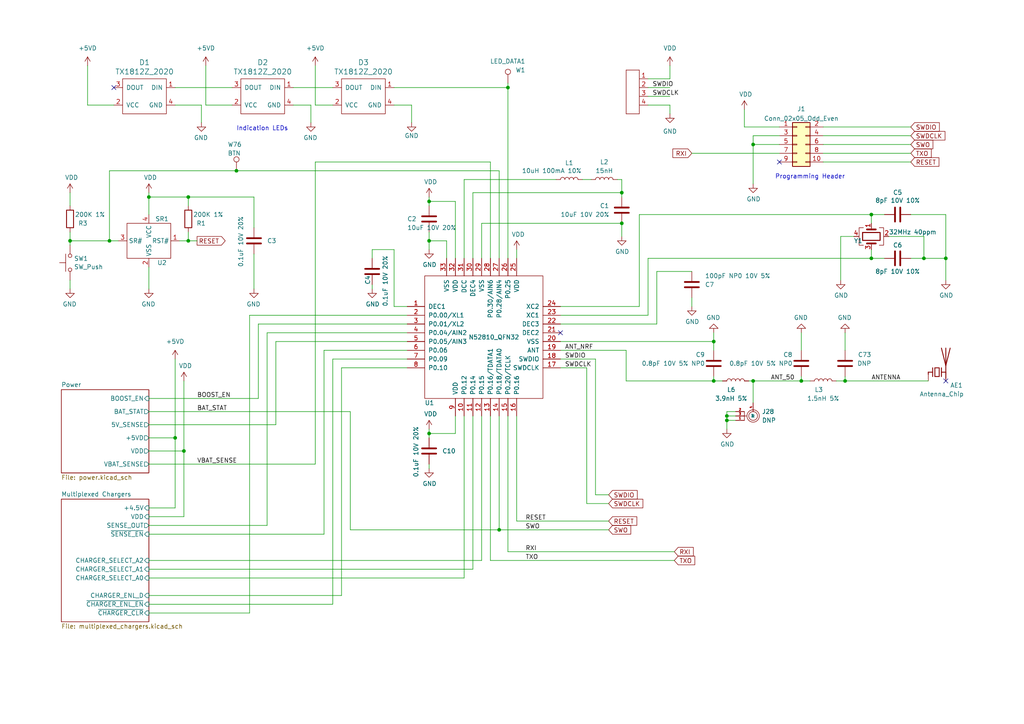
<source format=kicad_sch>
(kicad_sch (version 20230121) (generator eeschema)
  (paper "A4")
  (lib_symbols
    (symbol "Connector_Generic:Conn_02x05_Odd_Even" (pin_names (offset 1.016) hide)
      (property "Reference" "J" (at 1.27 7.62 0))
      (property "Value" "Conn_02x05_Odd_Even" (at 1.27 -7.62 0))
      (symbol "Conn_02x05_Odd_Even_1_1"
        (rectangle (start -1.27 -4.953) (end 0 -5.207) (stroke (width 0.1524)))
        (rectangle (start -1.27 -2.413) (end 0 -2.667) (stroke (width 0.1524)))
        (rectangle (start -1.27 0.127) (end 0 -0.127) (stroke (width 0.1524)))
        (rectangle (start -1.27 2.667) (end 0 2.413) (stroke (width 0.1524)))
        (rectangle (start -1.27 5.207) (end 0 4.953) (stroke (width 0.1524)))
        (rectangle (start -1.27 6.35) (end 3.81 -6.35) (stroke (width 0.254)) (fill (type background)))
        (rectangle (start 3.81 -4.953) (end 2.54 -5.207) (stroke (width 0.1524)))
        (rectangle (start 3.81 -2.413) (end 2.54 -2.667) (stroke (width 0.1524)))
        (rectangle (start 3.81 0.127) (end 2.54 -0.127) (stroke (width 0.1524)))
        (rectangle (start 3.81 2.667) (end 2.54 2.413) (stroke (width 0.1524)))
        (rectangle (start 3.81 5.207) (end 2.54 4.953) (stroke (width 0.1524)))
        (pin passive line (at -5.08 5.08 0) (length 3.81) (name "Pin_1") (number "1"))
        (pin passive line (at 7.62 -5.08 180) (length 3.81) (name "Pin_10") (number "10"))
        (pin passive line (at 7.62 5.08 180) (length 3.81) (name "Pin_2") (number "2"))
        (pin passive line (at -5.08 2.54 0) (length 3.81) (name "Pin_3") (number "3"))
        (pin passive line (at 7.62 2.54 180) (length 3.81) (name "Pin_4") (number "4"))
        (pin passive line (at -5.08 0 0) (length 3.81) (name "Pin_5") (number "5"))
        (pin passive line (at 7.62 0 180) (length 3.81) (name "Pin_6") (number "6"))
        (pin passive line (at -5.08 -2.54 0) (length 3.81) (name "Pin_7") (number "7"))
        (pin passive line (at 7.62 -2.54 180) (length 3.81) (name "Pin_8") (number "8"))
        (pin passive line (at -5.08 -5.08 0) (length 3.81) (name "Pin_9") (number "9"))
      )
    )
    (symbol "Device:Antenna_Chip" (pin_numbers hide) (pin_names (offset 1.016) hide)
      (property "Reference" "AE" (at 0 5.08 0))
      (property "Value" "Antenna_Chip" (at 0 3.175 0))
      (symbol "Antenna_Chip_0_1"
        (polyline (pts (xy -2.54 0) (xy -2.54 -0.635)) (stroke (width 0.254)))
        (polyline (pts (xy -2.54 0) (xy -1.27 0)) (stroke (width 0.254)))
        (polyline (pts (xy 1.27 0) (xy 2.54 0)) (stroke (width 0.254)))
        (polyline (pts (xy 1.27 1.27) (xy 1.27 -1.27)) (stroke (width 0.254)))
        (polyline (pts (xy 2.54 -0.635) (xy 2.54 0)))
        (polyline (pts (xy 2.54 6.985) (xy 2.54 -1.905)) (stroke (width 0.254)))
        (polyline (pts (xy -1.27 1.27) (xy -1.27 -1.27) (xy -1.27 0)) (stroke (width 0.254)))
        (polyline (pts (xy 3.81 6.985) (xy 2.54 1.905) (xy 1.27 6.985)) (stroke (width 0.254)))
        (polyline (pts (xy -0.635 1.27) (xy 0.635 1.27) (xy 0.635 -1.27) (xy -0.635 -1.27) (xy -0.635 1.27)) (stroke (width 0.254)))
      )
      (symbol "Antenna_Chip_1_1"
        (pin input line (at -2.54 -2.54 90) (length 2.54) (name "FEED") (number "1"))
        (pin passive line (at 2.54 -2.54 90) (length 2.54) (name "PCB_Trace") (number "2"))
      )
    )
    (symbol "Device:C" (pin_numbers hide) (pin_names (offset 0.254))
      (property "Reference" "C" (at 0.635 2.54 0))
      (property "Value" "C" (at 0.635 -2.54 0))
      (symbol "C_0_1"
        (polyline (pts (xy -2.032 -0.762) (xy 2.032 -0.762)) (stroke (width 0.508)))
        (polyline (pts (xy -2.032 0.762) (xy 2.032 0.762)) (stroke (width 0.508)))
      )
      (symbol "C_1_1"
        (pin passive line (at 0 3.81 270) (length 2.794) (name "~") (number "1"))
        (pin passive line (at 0 -3.81 90) (length 2.794) (name "~") (number "2"))
      )
    )
    (symbol "Device:Crystal_GND24" (pin_names (offset 1.016) hide)
      (property "Reference" "Y" (at 3.175 5.08 0))
      (property "Value" "Crystal_GND24" (at 3.175 3.175 0))
      (symbol "Crystal_GND24_0_1"
        (rectangle (start -1.143 2.54) (end 1.143 -2.54) (stroke (width 0.3048)))
        (polyline (pts (xy -2.54 0) (xy -2.032 0)))
        (polyline (pts (xy -2.032 -1.27) (xy -2.032 1.27)) (stroke (width 0.508)))
        (polyline (pts (xy 0 -3.81) (xy 0 -3.556)))
        (polyline (pts (xy 0 3.556) (xy 0 3.81)))
        (polyline (pts (xy 2.032 -1.27) (xy 2.032 1.27)) (stroke (width 0.508)))
        (polyline (pts (xy 2.032 0) (xy 2.54 0)))
        (polyline (pts (xy -2.54 -2.286) (xy -2.54 -3.556) (xy 2.54 -3.556) (xy 2.54 -2.286)))
        (polyline (pts (xy -2.54 2.286) (xy -2.54 3.556) (xy 2.54 3.556) (xy 2.54 2.286)))
      )
      (symbol "Crystal_GND24_1_1"
        (pin passive line (at -3.81 0 0) (length 1.27) (name "1") (number "1"))
        (pin passive line (at 0 5.08 270) (length 1.27) (name "2") (number "2"))
        (pin passive line (at 3.81 0 180) (length 1.27) (name "3") (number "3"))
        (pin passive line (at 0 -5.08 90) (length 1.27) (name "4") (number "4"))
      )
    )
    (symbol "Device:L" (pin_numbers hide) (pin_names (offset 1.016) hide)
      (property "Reference" "L" (at -1.27 0 90))
      (property "Value" "L" (at 1.905 0 90))
      (symbol "L_0_1"
        (arc (start 0 -2.54) (mid 0.6323 -1.905) (end 0 -1.27))
        (arc (start 0 -1.27) (mid 0.6323 -0.635) (end 0 0))
        (arc (start 0 0) (mid 0.6323 0.635) (end 0 1.27))
        (arc (start 0 1.27) (mid 0.6323 1.905) (end 0 2.54))
      )
      (symbol "L_1_1"
        (pin passive line (at 0 3.81 270) (length 1.27) (name "1") (number "1"))
        (pin passive line (at 0 -3.81 90) (length 1.27) (name "2") (number "2"))
      )
    )
    (symbol "Device:R" (pin_numbers hide) (pin_names (offset 0))
      (property "Reference" "R" (at 2.032 0 90))
      (property "Value" "R" (at 0 0 90))
      (symbol "R_0_1"
        (rectangle (start -1.016 -2.54) (end 1.016 2.54) (stroke (width 0.254)))
      )
      (symbol "R_1_1"
        (pin passive line (at 0 3.81 270) (length 1.27) (name "~") (number "1"))
        (pin passive line (at 0 -3.81 90) (length 1.27) (name "~") (number "2"))
      )
    )
    (symbol "Pixels-dice:N52810_QFN32" (pin_names (offset 1.016))
      (property "Reference" "U" (at 13.97 -19.05 0))
      (property "Value" "N52810_QFN32" (at 2.54 0 0))
      (symbol "N52810_QFN32_0_1"
        (rectangle (start -17.78 17.78) (end 16.51 -17.78))
      )
      (symbol "N52810_QFN32_1_1"
        (pin power_out line (at -22.86 8.89 0) (length 5.08) (name "DEC1") (number "1"))
        (pin bidirectional line (at -6.35 -22.86 90) (length 5.08) (name "P0.12") (number "10"))
        (pin bidirectional line (at -3.81 -22.86 90) (length 5.08) (name "P0.14") (number "11"))
        (pin bidirectional line (at -1.27 -22.86 90) (length 5.08) (name "P0.15") (number "12"))
        (pin bidirectional line (at 1.27 -22.86 90) (length 5.08) (name "P0.16/TDATA1") (number "13"))
        (pin bidirectional line (at 3.81 -22.86 90) (length 5.08) (name "P0.18/TDATA0") (number "14"))
        (pin bidirectional line (at 6.35 -22.86 90) (length 5.08) (name "P0.20/TCLK") (number "15"))
        (pin bidirectional line (at 8.89 -22.86 90) (length 5.08) (name "P0.16") (number "16"))
        (pin bidirectional line (at 21.59 -8.89 180) (length 5.08) (name "SWDCLK") (number "17"))
        (pin bidirectional line (at 21.59 -6.35 180) (length 5.08) (name "SWDIO") (number "18"))
        (pin output line (at 21.59 -3.81 180) (length 5.08) (name "ANT") (number "19"))
        (pin bidirectional line (at -22.86 6.35 0) (length 5.08) (name "P0.00/XL1") (number "2"))
        (pin output line (at 21.59 -1.27 180) (length 5.08) (name "VSS") (number "20"))
        (pin output line (at 21.59 1.27 180) (length 5.08) (name "DEC2") (number "21"))
        (pin output line (at 21.59 3.81 180) (length 5.08) (name "DEC3") (number "22"))
        (pin output line (at 21.59 6.35 180) (length 5.08) (name "XC1") (number "23"))
        (pin input line (at 21.59 8.89 180) (length 5.08) (name "XC2") (number "24"))
        (pin power_in line (at 8.89 22.86 270) (length 5.08) (name "VDD") (number "25"))
        (pin bidirectional line (at 6.35 22.86 270) (length 5.08) (name "P0.25") (number "26"))
        (pin bidirectional line (at 3.81 22.86 270) (length 5.08) (name "P0.28/AIN4") (number "27"))
        (pin bidirectional line (at 1.27 22.86 270) (length 5.08) (name "P0.30/AIN6") (number "28"))
        (pin power_in line (at -1.27 22.86 270) (length 5.08) (name "VSS") (number "29"))
        (pin bidirectional line (at -22.86 3.81 0) (length 5.08) (name "P0.01/XL2") (number "3"))
        (pin output line (at -3.81 22.86 270) (length 5.08) (name "DEC4") (number "30"))
        (pin output line (at -6.35 22.86 270) (length 5.08) (name "DCC") (number "31"))
        (pin power_in line (at -8.89 22.86 270) (length 5.08) (name "VDD") (number "32"))
        (pin power_in line (at -11.43 22.86 270) (length 5.08) (name "VSS") (number "33"))
        (pin bidirectional line (at -22.86 1.27 0) (length 5.08) (name "P0.04/AIN2") (number "4"))
        (pin bidirectional line (at -22.86 -1.27 0) (length 5.08) (name "P0.05/AIN3") (number "5"))
        (pin bidirectional line (at -22.86 -3.81 0) (length 5.08) (name "P0.06") (number "6"))
        (pin bidirectional line (at -22.86 -6.35 0) (length 5.08) (name "P0.09") (number "7"))
        (pin bidirectional line (at -22.86 -8.89 0) (length 5.08) (name "P0.10") (number "8"))
        (pin power_in line (at -8.89 -22.86 90) (length 5.08) (name "VDD") (number "9"))
      )
    )
    (symbol "Pixels-dice:SR1"
      (property "Reference" "U" (at 3.81 -6.35 0))
      (symbol "SR1_0_1"
        (polyline (pts (xy -6.35 5.08) (xy -6.35 -5.08) (xy 6.35 -5.08) (xy 6.35 5.08) (xy -6.35 5.08)))
      )
      (symbol "SR1_1_1"
        (pin output line (at 8.89 0 180) (length 2.54) (name "RST#") (number "1"))
        (pin power_in line (at 0 -7.62 90) (length 2.54) (name "VSS") (number "2"))
        (pin input line (at -8.89 0 0) (length 2.54) (name "SR#") (number "3"))
        (pin power_in line (at 0 7.62 270) (length 2.54) (name "VCC") (number "4"))
      )
    )
    (symbol "Pixels-dice:TEST_1P-conn" (pin_numbers hide) (pin_names (offset 0.762) hide)
      (property "Reference" "W" (at 0 6.858 0))
      (property "Value" "TEST_1P-conn" (at 0 5.08 0))
      (symbol "TEST_1P-conn_0_1"
        (circle (center 0 3.302) (radius 0.762))
      )
      (symbol "TEST_1P-conn_1_1"
        (pin passive line (at 0 0 90) (length 2.54) (name "1") (number "1"))
      )
    )
    (symbol "Pixels-dice:TX1812Z_2020" (pin_names (offset 1.016))
      (property "Reference" "D" (at 0 -6.35 0))
      (property "Value" "TX1812Z_2020" (at 0 6.35 0))
      (symbol "TX1812Z_2020_0_1"
        (rectangle (start -6.35 5.08) (end 6.35 -5.08))
      )
      (symbol "TX1812Z_2020_1_1"
        (pin input line (at -8.89 2.54 0) (length 2.54) (name "DIN") (number "1"))
        (pin power_in line (at 8.89 -2.54 180) (length 2.54) (name "VCC") (number "2"))
        (pin output line (at 8.89 2.54 180) (length 2.54) (name "DOUT") (number "3"))
        (pin power_in line (at -8.89 -2.54 0) (length 2.54) (name "GND") (number "4"))
      )
    )
    (symbol "Pixels-dice:W.FL"
      (property "Reference" "J" (at 3.81 -1.27 0))
      (property "Value" "W.FL" (at 4.445 1.27 0))
      (symbol "W.FL_0_1"
        (polyline (pts (xy -1.27 -2.54) (xy 1.27 -2.54)))
        (polyline (pts (xy 0 -2.54) (xy 0 -1.905)))
        (circle (center 0 0) (radius 1.27))
        (circle (center 0 0) (radius 1.7961))
      )
      (symbol "W.FL_1_1"
        (pin passive line (at 1.27 -5.08 90) (length 2.54) (name "") (number "1"))
        (pin passive line (at -1.27 -5.08 90) (length 2.54) (name "") (number "2"))
        (pin passive line (at 0 -5.08 90) (length 2.54) (name "") (number "3"))
        (pin passive line (at -3.81 0 0) (length 2.54) (name "RF") (number "4"))
      )
    )
    (symbol "Pixels-dice:heard4"
      (symbol "heard4_0_1"
        (rectangle (start -3.81 6.35) (end -3.81 -6.35))
        (rectangle (start -3.81 6.35) (end 0 6.35))
        (rectangle (start 0 -6.35) (end -3.81 -6.35))
        (rectangle (start 0 6.35) (end 0 -6.35))
      )
      (symbol "heard4_1_1"
        (pin free line (at 2.54 3.81 180) (length 2.54) (name "") (number "1"))
        (pin free line (at 2.54 1.27 180) (length 2.54) (name "") (number "2"))
        (pin free line (at 2.54 -1.27 180) (length 2.54) (name "") (number "3"))
        (pin free line (at 2.54 -3.81 180) (length 2.54) (name "") (number "4"))
      )
    )
    (symbol "Switch:SW_Push" (pin_numbers hide) (pin_names (offset 1.016) hide)
      (property "Reference" "SW" (at 1.27 2.54 0))
      (property "Value" "SW_Push" (at 0 -1.524 0))
      (symbol "SW_Push_0_1"
        (circle (center -2.032 0) (radius 0.508))
        (polyline (pts (xy 0 1.27) (xy 0 3.048)))
        (polyline (pts (xy 2.54 1.27) (xy -2.54 1.27)))
        (circle (center 2.032 0) (radius 0.508))
        (pin passive line (at -5.08 0 0) (length 2.54) (name "1") (number "1"))
        (pin passive line (at 5.08 0 180) (length 2.54) (name "2") (number "2"))
      )
    )
    (symbol "power:+5VD" (power) (pin_names (offset 0))
      (property "Value" "+5VD" (at 0 3.556 0))
      (symbol "+5VD_0_1"
        (polyline (pts (xy -0.762 1.27) (xy 0 2.54)))
        (polyline (pts (xy 0 0) (xy 0 2.54)))
        (polyline (pts (xy 0 2.54) (xy 0.762 1.27)))
      )
      (symbol "+5VD_1_1"
        (pin power_in line (at 0 0 90) (length 0) hide (name "+5VD") (number "1"))
      )
    )
    (symbol "power:GND" (power) (pin_names (offset 0))
      (property "Value" "GND" (at 0 -3.81 0))
      (symbol "GND_0_1"
        (polyline (pts (xy 0 0) (xy 0 -1.27) (xy 1.27 -1.27) (xy 0 -2.54) (xy -1.27 -1.27) (xy 0 -1.27)))
      )
      (symbol "GND_1_1"
        (pin power_in line (at 0 0 270) (length 0) hide (name "GND") (number "1"))
      )
    )
    (symbol "power:VDD" (power) (pin_names (offset 0))
      (property "Value" "VDD" (at 0 3.81 0))
      (symbol "VDD_0_1"
        (polyline (pts (xy -0.762 1.27) (xy 0 2.54)))
        (polyline (pts (xy 0 0) (xy 0 2.54)))
        (polyline (pts (xy 0 2.54) (xy 0.762 1.27)))
      )
      (symbol "VDD_1_1"
        (pin power_in line (at 0 0 90) (length 0) hide (name "VDD") (number "1"))
      )
    )
  )
  (junction (at 53.34 130.81))
  (junction (at 210.82 121.92))
  (junction (at 68.58 49.53))
  (junction (at 144.78 153.67))
  (junction (at 124.46 125.73))
  (junction (at 252.73 74.93))
  (junction (at 245.11 110.49))
  (junction (at 252.73 62.23))
  (junction (at 50.8 127))
  (junction (at 31.75 69.85))
  (junction (at 124.46 69.85))
  (junction (at 147.32 25.4))
  (junction (at 54.61 57.15))
  (junction (at 54.61 69.85))
  (junction (at 274.32 74.93))
  (junction (at 267.97 74.93))
  (junction (at 207.01 99.06))
  (junction (at 43.18 57.15))
  (junction (at 180.34 64.77))
  (junction (at 124.46 58.42))
  (junction (at 20.32 69.85))
  (junction (at 218.44 110.49))
  (junction (at 232.41 110.49))
  (junction (at 218.44 41.91))
  (junction (at 210.82 120.65))
  (junction (at 207.01 110.49))
  (junction (at 180.34 55.88))
  (no_connect (at 162.56 96.52))
  (no_connect (at 274.32 110.49))
  (no_connect (at 226.06 46.99))
  (no_connect (at 33.02 25.4))
  (wire (pts (xy 80.01 99.06) (xy 118.11 99.06)))
  (wire (pts (xy 187.96 25.4) (xy 194.31 25.4)))
  (wire (pts (xy 20.32 67.31) (xy 20.32 69.85)))
  (wire (pts (xy 245.11 109.22) (xy 245.11 110.49)))
  (wire (pts (xy 20.32 55.88) (xy 20.32 59.69)))
  (wire (pts (xy 180.34 64.77) (xy 180.34 68.58)))
  (wire (pts (xy 67.31 30.48) (xy 59.69 30.48)))
  (wire (pts (xy 210.82 119.38) (xy 210.82 120.65)))
  (wire (pts (xy 180.34 52.07) (xy 180.34 55.88)))
  (wire (pts (xy 54.61 67.31) (xy 54.61 69.85)))
  (wire (pts (xy 217.17 110.49) (xy 218.44 110.49)))
  (wire (pts (xy 114.3 25.4) (xy 147.32 25.4)))
  (wire (pts (xy 58.42 30.48) (xy 58.42 35.56)))
  (wire (pts (xy 147.32 120.65) (xy 147.32 160.02)))
  (wire (pts (xy 101.6 153.67) (xy 101.6 119.38)))
  (wire (pts (xy 226.06 44.45) (xy 200.66 44.45)))
  (wire (pts (xy 252.73 74.93) (xy 256.54 74.93)))
  (wire (pts (xy 207.01 99.06) (xy 207.01 101.6)))
  (wire (pts (xy 144.78 153.67) (xy 101.6 153.67)))
  (wire (pts (xy 170.18 106.68) (xy 170.18 146.05)))
  (wire (pts (xy 96.52 104.14) (xy 118.11 104.14)))
  (wire (pts (xy 162.56 88.9) (xy 185.42 88.9)))
  (wire (pts (xy 267.97 68.58) (xy 267.97 74.93)))
  (wire (pts (xy 99.06 172.72) (xy 99.06 106.68)))
  (wire (pts (xy 134.62 52.07) (xy 161.29 52.07)))
  (wire (pts (xy 232.41 110.49) (xy 234.95 110.49)))
  (wire (pts (xy 72.39 91.44) (xy 72.39 177.8)))
  (wire (pts (xy 93.98 101.6) (xy 93.98 154.94)))
  (wire (pts (xy 91.44 46.99) (xy 142.24 46.99)))
  (wire (pts (xy 67.31 25.4) (xy 50.8 25.4)))
  (wire (pts (xy 238.76 44.45) (xy 264.16 44.45)))
  (wire (pts (xy 172.72 143.51) (xy 176.53 143.51)))
  (wire (pts (xy 139.7 64.77) (xy 180.34 64.77)))
  (wire (pts (xy 53.34 110.49) (xy 53.34 130.81)))
  (wire (pts (xy 147.32 24.13) (xy 147.32 25.4)))
  (wire (pts (xy 194.31 19.05) (xy 194.31 22.86)))
  (wire (pts (xy 179.07 52.07) (xy 180.34 52.07)))
  (wire (pts (xy 134.62 120.65) (xy 134.62 167.64)))
  (wire (pts (xy 53.34 130.81) (xy 43.18 130.81)))
  (wire (pts (xy 50.8 104.14) (xy 50.8 127)))
  (wire (pts (xy 210.82 120.65) (xy 210.82 121.92)))
  (wire (pts (xy 187.96 30.48) (xy 194.31 30.48)))
  (wire (pts (xy 142.24 120.65) (xy 142.24 162.56)))
  (wire (pts (xy 43.18 162.56) (xy 139.7 162.56)))
  (wire (pts (xy 181.61 101.6) (xy 181.61 110.49)))
  (wire (pts (xy 162.56 106.68) (xy 170.18 106.68)))
  (wire (pts (xy 139.7 64.77) (xy 139.7 74.93)))
  (wire (pts (xy 43.18 57.15) (xy 43.18 62.23)))
  (wire (pts (xy 80.01 123.19) (xy 80.01 99.06)))
  (wire (pts (xy 137.16 120.65) (xy 137.16 165.1)))
  (wire (pts (xy 185.42 62.23) (xy 252.73 62.23)))
  (wire (pts (xy 50.8 147.32) (xy 50.8 127)))
  (wire (pts (xy 185.42 88.9) (xy 185.42 62.23)))
  (wire (pts (xy 59.69 19.05) (xy 59.69 30.48)))
  (wire (pts (xy 137.16 55.88) (xy 137.16 74.93)))
  (wire (pts (xy 200.66 86.36) (xy 200.66 88.9)))
  (wire (pts (xy 190.5 93.98) (xy 162.56 93.98)))
  (wire (pts (xy 181.61 110.49) (xy 207.01 110.49)))
  (wire (pts (xy 68.58 49.53) (xy 144.78 49.53)))
  (wire (pts (xy 93.98 101.6) (xy 118.11 101.6)))
  (wire (pts (xy 43.18 152.4) (xy 77.47 152.4)))
  (wire (pts (xy 218.44 39.37) (xy 218.44 41.91)))
  (wire (pts (xy 91.44 134.62) (xy 91.44 46.99)))
  (wire (pts (xy 232.41 96.52) (xy 232.41 101.6)))
  (wire (pts (xy 207.01 96.52) (xy 207.01 99.06)))
  (wire (pts (xy 218.44 41.91) (xy 218.44 53.34)))
  (wire (pts (xy 53.34 130.81) (xy 53.34 149.86)))
  (wire (pts (xy 124.46 67.31) (xy 124.46 69.85)))
  (wire (pts (xy 180.34 55.88) (xy 137.16 55.88)))
  (wire (pts (xy 132.08 120.65) (xy 132.08 125.73)))
  (wire (pts (xy 144.78 120.65) (xy 144.78 153.67)))
  (wire (pts (xy 168.91 52.07) (xy 171.45 52.07)))
  (wire (pts (xy 134.62 74.93) (xy 134.62 52.07)))
  (wire (pts (xy 257.81 68.58) (xy 267.97 68.58)))
  (wire (pts (xy 107.95 82.55) (xy 107.95 83.82)))
  (wire (pts (xy 50.8 127) (xy 43.18 127)))
  (wire (pts (xy 114.3 72.39) (xy 107.95 72.39)))
  (wire (pts (xy 124.46 125.73) (xy 124.46 127)))
  (wire (pts (xy 162.56 99.06) (xy 207.01 99.06)))
  (wire (pts (xy 43.18 123.19) (xy 80.01 123.19)))
  (wire (pts (xy 74.93 93.98) (xy 74.93 115.57)))
  (wire (pts (xy 264.16 62.23) (xy 274.32 62.23)))
  (wire (pts (xy 43.18 55.88) (xy 43.18 57.15)))
  (wire (pts (xy 149.86 120.65) (xy 149.86 151.13)))
  (wire (pts (xy 238.76 46.99) (xy 264.16 46.99)))
  (wire (pts (xy 210.82 121.92) (xy 210.82 124.46)))
  (wire (pts (xy 187.96 74.93) (xy 252.73 74.93)))
  (wire (pts (xy 124.46 69.85) (xy 124.46 72.39)))
  (wire (pts (xy 147.32 160.02) (xy 195.58 160.02)))
  (wire (pts (xy 242.57 110.49) (xy 245.11 110.49)))
  (wire (pts (xy 162.56 104.14) (xy 172.72 104.14)))
  (wire (pts (xy 226.06 36.83) (xy 215.9 36.83)))
  (wire (pts (xy 58.42 30.48) (xy 50.8 30.48)))
  (wire (pts (xy 142.24 162.56) (xy 195.58 162.56)))
  (wire (pts (xy 73.66 57.15) (xy 73.66 66.04)))
  (wire (pts (xy 162.56 101.6) (xy 181.61 101.6)))
  (wire (pts (xy 232.41 109.22) (xy 232.41 110.49)))
  (wire (pts (xy 72.39 91.44) (xy 118.11 91.44)))
  (wire (pts (xy 267.97 74.93) (xy 274.32 74.93)))
  (wire (pts (xy 144.78 49.53) (xy 144.78 74.93)))
  (wire (pts (xy 77.47 152.4) (xy 77.47 96.52)))
  (wire (pts (xy 124.46 58.42) (xy 124.46 59.69)))
  (wire (pts (xy 93.98 154.94) (xy 43.18 154.94)))
  (wire (pts (xy 20.32 69.85) (xy 31.75 69.85)))
  (wire (pts (xy 43.18 175.26) (xy 96.52 175.26)))
  (wire (pts (xy 118.11 88.9) (xy 114.3 88.9)))
  (wire (pts (xy 124.46 134.62) (xy 124.46 135.89)))
  (wire (pts (xy 226.06 39.37) (xy 218.44 39.37)))
  (wire (pts (xy 264.16 74.93) (xy 267.97 74.93)))
  (wire (pts (xy 139.7 120.65) (xy 139.7 162.56)))
  (wire (pts (xy 107.95 72.39) (xy 107.95 74.93)))
  (wire (pts (xy 54.61 57.15) (xy 73.66 57.15)))
  (wire (pts (xy 147.32 25.4) (xy 147.32 74.93)))
  (wire (pts (xy 149.86 72.39) (xy 149.86 74.93)))
  (wire (pts (xy 213.36 121.92) (xy 210.82 121.92)))
  (wire (pts (xy 91.44 19.05) (xy 91.44 30.48)))
  (wire (pts (xy 124.46 58.42) (xy 124.46 57.15)))
  (wire (pts (xy 43.18 167.64) (xy 134.62 167.64)))
  (wire (pts (xy 54.61 69.85) (xy 57.15 69.85)))
  (wire (pts (xy 20.32 69.85) (xy 20.32 71.12)))
  (wire (pts (xy 247.65 68.58) (xy 243.84 68.58)))
  (wire (pts (xy 194.31 30.48) (xy 194.31 33.02)))
  (wire (pts (xy 218.44 41.91) (xy 226.06 41.91)))
  (wire (pts (xy 43.18 57.15) (xy 54.61 57.15)))
  (wire (pts (xy 176.53 151.13) (xy 149.86 151.13)))
  (wire (pts (xy 243.84 68.58) (xy 243.84 81.28)))
  (wire (pts (xy 43.18 147.32) (xy 50.8 147.32)))
  (wire (pts (xy 162.56 91.44) (xy 187.96 91.44)))
  (wire (pts (xy 96.52 25.4) (xy 85.09 25.4)))
  (wire (pts (xy 52.07 69.85) (xy 54.61 69.85)))
  (wire (pts (xy 218.44 110.49) (xy 218.44 116.84)))
  (wire (pts (xy 187.96 27.94) (xy 194.31 27.94)))
  (wire (pts (xy 33.02 30.48) (xy 25.4 30.48)))
  (wire (pts (xy 73.66 73.66) (xy 73.66 83.82)))
  (wire (pts (xy 74.93 93.98) (xy 118.11 93.98)))
  (wire (pts (xy 43.18 172.72) (xy 99.06 172.72)))
  (wire (pts (xy 245.11 110.49) (xy 269.24 110.49)))
  (wire (pts (xy 43.18 77.47) (xy 43.18 83.82)))
  (wire (pts (xy 252.73 64.77) (xy 252.73 62.23)))
  (wire (pts (xy 274.32 62.23) (xy 274.32 74.93)))
  (wire (pts (xy 176.53 153.67) (xy 144.78 153.67)))
  (wire (pts (xy 54.61 57.15) (xy 54.61 59.69)))
  (wire (pts (xy 124.46 125.73) (xy 124.46 124.46)))
  (wire (pts (xy 274.32 74.93) (xy 274.32 81.28)))
  (wire (pts (xy 245.11 96.52) (xy 245.11 101.6)))
  (wire (pts (xy 200.66 78.74) (xy 190.5 78.74)))
  (wire (pts (xy 215.9 36.83) (xy 215.9 31.75)))
  (wire (pts (xy 96.52 104.14) (xy 96.52 175.26)))
  (wire (pts (xy 132.08 74.93) (xy 132.08 58.42)))
  (wire (pts (xy 43.18 177.8) (xy 72.39 177.8)))
  (wire (pts (xy 190.5 78.74) (xy 190.5 93.98)))
  (wire (pts (xy 20.32 81.28) (xy 20.32 83.82)))
  (wire (pts (xy 129.54 69.85) (xy 124.46 69.85)))
  (wire (pts (xy 119.38 30.48) (xy 114.3 30.48)))
  (wire (pts (xy 142.24 46.99) (xy 142.24 74.93)))
  (wire (pts (xy 96.52 30.48) (xy 91.44 30.48)))
  (wire (pts (xy 90.17 30.48) (xy 85.09 30.48)))
  (wire (pts (xy 99.06 106.68) (xy 118.11 106.68)))
  (wire (pts (xy 31.75 69.85) (xy 31.75 49.53)))
  (wire (pts (xy 25.4 19.05) (xy 25.4 30.48)))
  (wire (pts (xy 119.38 30.48) (xy 119.38 35.56)))
  (wire (pts (xy 31.75 69.85) (xy 34.29 69.85)))
  (wire (pts (xy 43.18 115.57) (xy 74.93 115.57)))
  (wire (pts (xy 252.73 62.23) (xy 256.54 62.23)))
  (wire (pts (xy 238.76 41.91) (xy 264.16 41.91)))
  (wire (pts (xy 213.36 120.65) (xy 210.82 120.65)))
  (wire (pts (xy 132.08 58.42) (xy 124.46 58.42)))
  (wire (pts (xy 213.36 119.38) (xy 210.82 119.38)))
  (wire (pts (xy 180.34 55.88) (xy 180.34 57.15)))
  (wire (pts (xy 114.3 88.9) (xy 114.3 72.39)))
  (wire (pts (xy 207.01 110.49) (xy 209.55 110.49)))
  (wire (pts (xy 31.75 49.53) (xy 68.58 49.53)))
  (wire (pts (xy 170.18 146.05) (xy 176.53 146.05)))
  (wire (pts (xy 53.34 149.86) (xy 43.18 149.86)))
  (wire (pts (xy 77.47 96.52) (xy 118.11 96.52)))
  (wire (pts (xy 172.72 104.14) (xy 172.72 143.51)))
  (wire (pts (xy 187.96 91.44) (xy 187.96 74.93)))
  (wire (pts (xy 238.76 39.37) (xy 264.16 39.37)))
  (wire (pts (xy 238.76 36.83) (xy 264.16 36.83)))
  (wire (pts (xy 252.73 72.39) (xy 252.73 74.93)))
  (wire (pts (xy 218.44 110.49) (xy 232.41 110.49)))
  (wire (pts (xy 207.01 109.22) (xy 207.01 110.49)))
  (wire (pts (xy 187.96 22.86) (xy 194.31 22.86)))
  (wire (pts (xy 132.08 125.73) (xy 124.46 125.73)))
  (wire (pts (xy 129.54 74.93) (xy 129.54 69.85)))
  (wire (pts (xy 43.18 165.1) (xy 137.16 165.1)))
  (wire (pts (xy 43.18 119.38) (xy 101.6 119.38)))
  (wire (pts (xy 90.17 35.56) (xy 90.17 30.48)))
  (wire (pts (xy 43.18 134.62) (xy 91.44 134.62)))
  (text "Programming Header" (at 224.79 52.07 0) (effects (font (size 1.27 1.27)) (justify left bottom)))
  (text "Indication LEDs" (at 68.58 38.1 0) (effects (font (size 1.27 1.27)) (justify left bottom)))
  (label "ANT_50" (at 223.52 110.49 0))
  (label "ANTENNA" (at 252.73 110.49 0))
  (label "BOOST_EN" (at 57.15 115.57 0))
  (label "ANT_NRF" (at 163.83 101.6 0))
  (label "VBAT_SENSE" (at 57.15 134.62 0))
  (label "SWDCLK" (at 189.23 27.94 0))
  (label "TXO" (at 152.4 162.56 0))
  (label "RESET" (at 152.4 151.13 0))
  (label "SWO" (at 152.4 153.67 0))
  (label "SWDCLK" (at 163.83 106.68 0))
  (label "SWDIO" (at 163.83 104.14 0))
  (label "SWDIO" (at 189.23 25.4 0))
  (label "BAT_STAT" (at 57.15 119.38 0))
  (label "RXI" (at 152.4 160.02 0))
  (global_label "RESET" (shape input) (at 264.16 46.99 0) (property "Intersheetrefs" "${INTERSHEET_REFS}" (effects hide)))
  (global_label "RESET" (shape output) (at 57.15 69.85 0) (property "Intersheetrefs" "${INTERSHEET_REFS}" (effects hide)))
  (global_label "SWDCLK" (shape input) (at 264.16 39.37 0) (property "Intersheetrefs" "${INTERSHEET_REFS}" (effects hide)))
  (global_label "TXO" (shape input) (at 264.16 44.45 0) (property "Intersheetrefs" "${INTERSHEET_REFS}" (effects hide)))
  (global_label "SWO" (shape input) (at 176.53 153.67 0) (property "Intersheetrefs" "${INTERSHEET_REFS}" (effects hide)))
  (global_label "SWDIO" (shape input) (at 176.53 143.51 0) (property "Intersheetrefs" "${INTERSHEET_REFS}" (effects hide)))
  (global_label "TXO" (shape input) (at 195.58 162.56 0) (property "Intersheetrefs" "${INTERSHEET_REFS}" (effects hide)))
  (global_label "RXI" (shape input) (at 195.58 160.02 0) (property "Intersheetrefs" "${INTERSHEET_REFS}" (effects hide)))
  (global_label "RXI" (shape input) (at 200.66 44.45 180) (property "Intersheetrefs" "${INTERSHEET_REFS}" (effects hide)))
  (global_label "RESET" (shape input) (at 176.53 151.13 0) (property "Intersheetrefs" "${INTERSHEET_REFS}" (effects hide)))
  (global_label "SWDIO" (shape input) (at 264.16 36.83 0) (property "Intersheetrefs" "${INTERSHEET_REFS}" (effects hide)))
  (global_label "SWO" (shape input) (at 264.16 41.91 0) (property "Intersheetrefs" "${INTERSHEET_REFS}" (effects hide)))
  (global_label "SWDCLK" (shape input) (at 176.53 146.05 0) (property "Intersheetrefs" "${INTERSHEET_REFS}" (effects hide)))
  (symbol (lib_id "power:VDD") (at 215.9 31.75 0) (unit 1)
    (property "Reference" "#PWR04" (effects hide))
    (property "Value" "VDD" (at 216.281 27.3558 0))
  )
  (symbol (lib_id "Device:L") (at 213.36 110.49 90) (unit 1)
    (property "Reference" "L6" (at 212.09 113.03 90))
    (property "Value" "3.9nH 5%" (at 212.09 115.57 90))
    (property "Footprint" "Pixels-dice:0402_RF" (effects hide))
    (property "Generic OK" "YES" (effects hide))
    (property "Manufacturer" "Murata" (effects hide))
    (property "Manufacturer Part Number" "LQG15HS3N9B02D" (effects hide))
  )
  (symbol (lib_id "power:GND") (at 20.32 83.82 0) (mirror y) (unit 1)
    (property "Reference" "#PWR015" (effects hide))
    (property "Value" "GND" (at 20.193 88.2142 0))
  )
  (symbol (lib_id "Device:C") (at 124.46 130.81 0) (unit 1)
    (property "Reference" "C10" (at 128.27 130.81 0) (effects (justify left)))
    (property "Value" "0.1uF 10V 20%" (at 120.65 138.43 90) (effects (justify left)))
    (property "Footprint" "Capacitor_SMD:C_0402_1005Metric" (effects hide))
    (property "Generic OK" "YES" (effects hide))
    (property "Manufacturer" "Murata" (effects hide))
    (property "Manufacturer Part Number" "GRM155R61H104KE19D" (effects hide))
    (property "LCSC Part Number" "C2168305" (effects hide))
  )
  (symbol (lib_id "Device:Antenna_Chip") (at 271.78 107.95 0) (unit 1)
    (property "Reference" "AE1" (at 275.59 111.76 0) (effects (justify left)))
    (property "Value" "Antenna_Chip" (at 266.7 114.3 0) (effects (justify left)))
    (property "Footprint" "Pixels-dice:CHIP_ANT" (effects hide))
    (property "Generic OK" "NO" (effects hide))
    (property "Manufacturer" "Microgate" (effects hide))
    (property "Manufacturer Part Number" "MGMA3216H2450-A02" (effects hide))
  )
  (symbol (lib_id "power:GND") (at 243.84 81.28 0) (unit 1)
    (property "Reference" "#PWR019" (effects hide))
    (property "Value" "GND" (at 243.967 85.6742 0))
  )
  (symbol (lib_id "Device:Crystal_GND24") (at 252.73 68.58 270) (unit 1)
    (property "Reference" "Y1" (at 247.65 69.85 90) (effects (justify left)))
    (property "Value" "32MHz 40ppm" (at 257.81 67.31 90) (effects (justify left)))
    (property "Footprint" "Pixels-dice:Crystal_SMD_2016-4Pin_2.0x1.6mm" (effects hide))
    (property "Generic OK" "YES" (effects hide))
    (property "Manufacturer" "Murata" (effects hide))
    (property "Manufacturer Part Number" "XRCGB32M000F2P00R0" (effects hide))
    (property "Pixels Part Number" "SMD-Y001" (effects hide))
    (property "LCSC Part Number" "C527602" (effects hide))
  )
  (symbol (lib_id "Pixels-dice:W.FL") (at 218.44 120.65 270) (unit 1)
    (property "Reference" "J28" (at 220.98 119.3799 90) (effects (justify left)))
    (property "Value" "DNP" (at 220.98 121.9199 90) (effects (justify left)))
    (property "Footprint" "RFFrontEnd:MFH3.RECE.20369.001E.01" (effects hide))
    (property "Generic OK" "N/A" (effects hide))
  )
  (symbol (lib_id "Device:C") (at 260.35 62.23 270) (unit 1)
    (property "Reference" "C5" (at 260.35 55.8292 90))
    (property "Value" "8pF 10V 10%" (at 260.35 58.1406 90))
    (property "Footprint" "Capacitor_SMD:C_0402_1005Metric" (effects hide))
    (property "Generic OK" "YES" (effects hide))
    (property "Pixels Part Number" "SMD-C001" (effects hide))
    (property "Manufacturer" "Murata" (effects hide))
    (property "Manufacturer Part Number" "GRT1555C2A8R0DA02" (effects hide))
    (property "LCSC Part Number" "C521082" (effects hide))
  )
  (symbol (lib_id "power:GND") (at 43.18 83.82 0) (mirror y) (unit 1)
    (property "Reference" "#PWR02" (effects hide))
    (property "Value" "GND" (at 43.053 88.2142 0))
  )
  (symbol (lib_id "power:VDD") (at 124.46 124.46 0) (unit 1)
    (property "Reference" "#PWR025" (effects hide))
    (property "Value" "VDD" (at 124.8918 120.0658 0))
  )
  (symbol (lib_id "power:GND") (at 90.17 35.56 0) (mirror y) (unit 1)
    (property "Reference" "#PWR06" (effects hide))
    (property "Value" "GND" (at 90.043 39.9542 0))
  )
  (symbol (lib_id "power:GND") (at 124.46 72.39 0) (unit 1)
    (property "Reference" "#PWR012" (effects hide))
    (property "Value" "GND" (at 124.587 76.7842 0))
  )
  (symbol (lib_id "power:GND") (at 218.44 53.34 0) (unit 1)
    (property "Reference" "#PWR0101" (effects hide))
    (property "Value" "GND" (at 218.567 57.7342 0))
  )
  (symbol (lib_id "Device:C") (at 245.11 105.41 180) (unit 1)
    (property "Reference" "C73" (at 252.73 102.87 0) (effects (justify left)))
    (property "Value" "DNP" (at 252.73 105.41 0) (effects (justify left)))
    (property "Footprint" "Pixels-dice:0402_RF" (effects hide))
    (property "Generic OK" "YES" (effects hide))
    (property "Pixels Part Number" "SMD-C004" (effects hide))
  )
  (symbol (lib_id "Device:L") (at 238.76 110.49 90) (unit 1)
    (property "Reference" "L3" (at 237.49 113.03 90))
    (property "Value" "1.5nH 5%" (at 238.76 115.57 90))
    (property "Footprint" "Pixels-dice:0402_RF" (effects hide))
    (property "Generic OK" "YES" (effects hide))
    (property "Manufacturer" "Murata" (effects hide))
    (property "Manufacturer Part Number" "LQG15WZ1N5B02D" (effects hide))
  )
  (symbol (lib_id "power:VDD") (at 124.46 57.15 0) (unit 1)
    (property "Reference" "#PWR09" (effects hide))
    (property "Value" "VDD" (at 124.8918 52.7558 0))
  )
  (symbol (lib_id "power:GND") (at 245.11 96.52 180) (unit 1)
    (property "Reference" "#PWR087" (effects hide))
    (property "Value" "GND" (at 244.983 92.1258 0))
  )
  (symbol (lib_id "power:VDD") (at 20.32 55.88 0) (unit 1)
    (property "Reference" "#PWR08" (effects hide))
    (property "Value" "VDD" (at 20.7518 51.4858 0))
  )
  (symbol (lib_id "Device:R") (at 20.32 63.5 0) (unit 1)
    (property "Reference" "R3" (at 25.4 64.77 0) (effects (justify right)))
    (property "Value" "200K 1%" (at 30.48 62.23 0) (effects (justify right)))
    (property "Footprint" "Resistor_SMD:R_0402_1005Metric" (effects hide))
    (property "LCSC Part Number" "C25764" (effects hide))
    (property "Manufacturer" "UNI-ROYAL(Uniroyal Elec)" (effects hide))
    (property "Manufacturer Part Number" "0402WGF2003TCE" (effects hide))
  )
  (symbol (lib_id "power:+5VD") (at 59.69 19.05 0) (unit 1)
    (property "Reference" "#PWR0105" (effects hide))
    (property "Value" "+5VD" (at 59.69 13.97 0))
  )
  (symbol (lib_id "Pixels-dice:TX1812Z_2020") (at 105.41 27.94 0) (mirror y) (unit 1)
    (property "Reference" "D3" (at 105.41 18.1102 0) (effects (font (size 1.524 1.524))))
    (property "Value" "TX1812Z_2020" (at 105.41 20.8026 0) (effects (font (size 1.524 1.524))))
    (property "Footprint" "Pixels-dice:TX1812Z_2020" (effects hide))
    (property "Manufacturer" "TCWIN" (effects hide))
    (property "Manufacturer Part Number" "TC2020RGB-3CJH-TX1812Z5" (effects hide))
    (property "Pixels Part Number" "SMD-D002-ALT2" (effects hide))
    (property "Generic OK" "NO" (effects hide))
    (property "LCSC Part Number" "C784564" (effects hide))
  )
  (symbol (lib_id "Device:C") (at 124.46 63.5 0) (unit 1)
    (property "Reference" "C2" (at 118.11 63.5 0) (effects (justify left)))
    (property "Value" "10uF 10V 20%" (at 118.11 66.04 0) (effects (justify left)))
    (property "Footprint" "Capacitor_SMD:C_0603_1608Metric" (effects hide))
    (property "Generic OK" "YES" (effects hide))
    (property "Pixels Part Number" "SMD-C002" (effects hide))
    (property "Manufacturer" "Murata" (effects hide))
    (property "Manufacturer Part Number" "GRM188R61A106ME69D" (effects hide))
  )
  (symbol (lib_id "Pixels-dice:TEST_1P-conn") (at 68.58 49.53 0) (unit 1)
    (property "Reference" "W76" (at 66.04 41.91 0) (effects (justify left)))
    (property "Value" "BTN" (at 66.04 44.45 0) (effects (justify left)))
    (property "Footprint" "Pixels-dice:TEST_PIN" (effects hide))
  )
  (symbol (lib_id "Device:C") (at 73.66 69.85 0) (unit 1)
    (property "Reference" "C3" (at 77.47 69.85 0) (effects (justify left)))
    (property "Value" "0.1uF 10V 20%" (at 69.85 77.47 90) (effects (justify left)))
    (property "Footprint" "Capacitor_SMD:C_0402_1005Metric" (effects hide))
    (property "Generic OK" "YES" (effects hide))
    (property "Manufacturer" "Murata" (effects hide))
    (property "Manufacturer Part Number" "GRM155R61H104KE19D" (effects hide))
    (property "LCSC Part Number" "C2168305" (effects hide))
  )
  (symbol (lib_id "power:GND") (at 119.38 35.56 0) (mirror y) (unit 1)
    (property "Reference" "#PWR07" (effects hide))
    (property "Value" "GND" (at 119.38 39.37 0))
  )
  (symbol (lib_id "Device:L") (at 175.26 52.07 90) (unit 1)
    (property "Reference" "L2" (at 175.26 46.99 90))
    (property "Value" "15nH" (at 175.26 49.53 90))
    (property "Footprint" "Inductor_SMD:L_0402_1005Metric" (effects hide))
    (property "Generic OK" "YES" (effects hide))
    (property "Manufacturer" "Murata" (effects hide))
    (property "Manufacturer Part Number" "LQG15HS15NJ02D" (effects hide))
    (property "LCSC Part Number" "C87189" (effects hide))
  )
  (symbol (lib_id "power:GND") (at 200.66 88.9 0) (unit 1)
    (property "Reference" "#PWR022" (effects hide))
    (property "Value" "GND" (at 200.787 93.2942 0))
  )
  (symbol (lib_id "power:GND") (at 232.41 96.52 180) (unit 1)
    (property "Reference" "#PWR024" (effects hide))
    (property "Value" "GND" (at 232.283 92.1258 0))
  )
  (symbol (lib_id "Device:C") (at 232.41 105.41 180) (unit 1)
    (property "Reference" "C8" (at 229.87 102.87 0) (effects (justify left)))
    (property "Value" "0.8pF 10V 5% NP0" (at 229.87 105.41 0) (effects (justify left)))
    (property "Footprint" "Pixels-dice:0402_RF" (effects hide))
    (property "Generic OK" "YES" (effects hide))
    (property "Pixels Part Number" "SMD-C004" (effects hide))
    (property "Manufacturer" "Murata" (effects hide))
    (property "Manufacturer Part Number" "GJM1555C1HR80BB01" (effects hide))
  )
  (symbol (lib_id "power:VDD") (at 53.34 110.49 0) (unit 1)
    (property "Reference" "#PWR018" (effects hide))
    (property "Value" "VDD" (at 53.7718 106.0958 0))
  )
  (symbol (lib_id "Switch:SW_Push") (at 20.32 76.2 90) (mirror x) (unit 1)
    (property "Reference" "SW1" (at 21.463 74.9879 90) (effects (justify right)))
    (property "Value" "SW_Push" (at 21.463 77.4121 90) (effects (justify right)))
    (property "Footprint" "Pixels-dice:TSB002" (effects hide))
    (property "Manufacturer" "BZCN" (effects hide))
    (property "Manufacturer Part Number" "TSB001A3526A02" (effects hide))
    (property "LCSC Part Number" "C2888889" (effects hide))
    (property "Generic OK" "NO" (effects hide))
  )
  (symbol (lib_id "power:+5VD") (at 91.44 19.05 0) (unit 1)
    (property "Reference" "#PWR0108" (effects hide))
    (property "Value" "+5VD" (at 91.44 13.97 0))
  )
  (symbol (lib_id "Device:C") (at 207.01 105.41 180) (unit 1)
    (property "Reference" "C9" (at 204.47 102.87 0) (effects (justify left)))
    (property "Value" "0.8pF 10V 5% NP0" (at 204.47 105.41 0) (effects (justify left)))
    (property "Footprint" "Pixels-dice:0402_RF" (effects hide))
    (property "Generic OK" "YES" (effects hide))
    (property "Pixels Part Number" "SMD-C004" (effects hide))
    (property "Manufacturer" "Murata" (effects hide))
    (property "Manufacturer Part Number" "GJM1555C1HR80BB01" (effects hide))
  )
  (symbol (lib_id "Pixels-dice:heard4") (at 185.42 26.67 0) (unit 1)
    (property "Reference" "P1" (effects hide))
    (property "Value" "heard4" (effects hide))
    (property "Footprint" "Pixels-dice:4x2.54mm_SMD" (effects hide))
  )
  (symbol (lib_id "power:+5VD") (at 25.4 19.05 0) (unit 1)
    (property "Reference" "#PWR0106" (effects hide))
    (property "Value" "+5VD" (at 25.4 13.97 0))
  )
  (symbol (lib_id "power:GND") (at 58.42 35.56 0) (mirror y) (unit 1)
    (property "Reference" "#PWR05" (effects hide))
    (property "Value" "GND" (at 58.293 39.9542 0))
  )
  (symbol (lib_id "power:GND") (at 274.32 81.28 0) (unit 1)
    (property "Reference" "#PWR020" (effects hide))
    (property "Value" "GND" (at 274.447 85.6742 0))
  )
  (symbol (lib_id "Pixels-dice:N52810_QFN32") (at 140.97 97.79 0) (unit 1)
    (property "Reference" "U1" (at 123.19 116.84 0) (effects (justify left)))
    (property "Value" "N52810_QFN32" (at 135.89 97.79 0) (effects (justify left)))
    (property "Footprint" "Package_DFN_QFN:QFN-32-1EP_5x5mm_P0.5mm_EP3.1x3.1mm" (effects hide))
    (property "Generic OK" "NO" (effects hide))
    (property "Manufacturer" "Nordic Semiconductor" (effects hide))
    (property "Manufacturer Part Number" "NRF52810-QCAA-R" (effects hide))
    (property "Pixels Part Number" "SMD-U001" (effects hide))
  )
  (symbol (lib_id "power:+5VD") (at 50.8 104.14 0) (unit 1)
    (property "Reference" "#PWR0107" (effects hide))
    (property "Value" "+5VD" (at 50.8 99.06 0))
  )
  (symbol (lib_id "power:GND") (at 194.31 33.02 0) (unit 1)
    (property "Reference" "#PWR0102" (effects hide))
    (property "Value" "GND" (at 194.31 38.1 0))
  )
  (symbol (lib_id "Device:L") (at 165.1 52.07 90) (unit 1)
    (property "Reference" "L1" (at 165.1 47.244 90))
    (property "Value" "10uH 100mA 10%" (at 160.02 49.53 90))
    (property "Footprint" "Inductor_SMD:L_0805_2012Metric" (effects hide))
    (property "Generic OK" "YES" (effects hide))
    (property "Pixels Part Number" "SMD-L001" (effects hide))
    (property "Manufacturer" "Murata" (effects hide))
    (property "Manufacturer Part Number" "LQM21FN100M80L" (effects hide))
    (property "LCSC Part Number" "C223269" (effects hide))
  )
  (symbol (lib_id "power:GND") (at 73.66 83.82 0) (mirror y) (unit 1)
    (property "Reference" "#PWR016" (effects hide))
    (property "Value" "GND" (at 73.533 88.2142 0))
  )
  (symbol (lib_id "power:VDD") (at 149.86 72.39 0) (unit 1)
    (property "Reference" "#PWR013" (effects hide))
    (property "Value" "VDD" (at 150.2918 67.9958 0))
  )
  (symbol (lib_id "Device:C") (at 200.66 82.55 0) (unit 1)
    (property "Reference" "C7" (at 204.47 82.55 0) (effects (justify left)))
    (property "Value" "100pF NP0 10V 5%" (at 204.47 80.01 0) (effects (justify left)))
    (property "Footprint" "Capacitor_SMD:C_0402_1005Metric" (effects hide))
    (property "Generic OK" "YES" (effects hide))
    (property "Pixels Part Number" "SMD-C003" (effects hide))
    (property "Manufacturer" "Murata" (effects hide))
    (property "Manufacturer Part Number" "GCM1555C1H101JA16J" (effects hide))
    (property "LCSC Part Number" "C2188957" (effects hide))
  )
  (symbol (lib_id "Device:C") (at 107.95 78.74 0) (unit 1)
    (property "Reference" "C4" (at 106.68 82.55 90) (effects (justify left)))
    (property "Value" "0.1uF 10V 20%" (at 111.76 88.9 90) (effects (justify left)))
    (property "Footprint" "Capacitor_SMD:C_0402_1005Metric" (effects hide))
    (property "Generic OK" "YES" (effects hide))
    (property "Manufacturer" "Murata" (effects hide))
    (property "Manufacturer Part Number" "GRM155R61H104KE19D" (effects hide))
    (property "LCSC Part Number" "C2168305" (effects hide))
  )
  (symbol (lib_id "Pixels-dice:TX1812Z_2020") (at 41.91 27.94 0) (mirror y) (unit 1)
    (property "Reference" "D1" (at 41.91 18.1102 0) (effects (font (size 1.524 1.524))))
    (property "Value" "TX1812Z_2020" (at 41.91 20.8026 0) (effects (font (size 1.524 1.524))))
    (property "Footprint" "Pixels-dice:TX1812Z_2020" (effects hide))
    (property "Manufacturer" "TCWIN" (effects hide))
    (property "Manufacturer Part Number" "TC2020RGB-3CJH-TX1812Z5" (effects hide))
    (property "Pixels Part Number" "SMD-D002-ALT2" (effects hide))
    (property "Generic OK" "NO" (effects hide))
    (property "LCSC Part Number" "C784564" (effects hide))
  )
  (symbol (lib_id "Connector_Generic:Conn_02x05_Odd_Even") (at 231.14 41.91 0) (unit 1)
    (property "Reference" "J1" (at 232.41 31.5935 0))
    (property "Value" "Conn_02x05_Odd_Even" (at 232.41 34.3686 0))
    (property "Footprint" "Connector_PinHeader_1.27mm:PinHeader_2x05_P1.27mm_Vertical_SMD" (effects hide))
    (property "LCSC Part Number" "C2962219" (effects hide))
    (property "Manufacturer" "XKB Connectivity" (effects hide))
    (property "Manufacturer Part Number" "X1270WVS-2x05B-6TV01" (effects hide))
    (property "Generic OK" "YES" (effects hide))
  )
  (symbol (lib_id "power:GND") (at 210.82 124.46 0) (unit 1)
    (property "Reference" "#PWR023" (effects hide))
    (property "Value" "GND" (at 210.947 128.8542 0))
  )
  (symbol (lib_id "power:GND") (at 124.46 135.89 0) (unit 1)
    (property "Reference" "#PWR026" (effects hide))
    (property "Value" "GND" (at 124.587 140.2842 0))
  )
  (symbol (lib_id "power:GND") (at 107.95 83.82 0) (unit 1)
    (property "Reference" "#PWR014" (effects hide))
    (property "Value" "GND" (at 108.077 88.2142 0))
  )
  (symbol (lib_id "Device:C") (at 260.35 74.93 270) (unit 1)
    (property "Reference" "C6" (at 260.35 71.12 90))
    (property "Value" "8pF 10V 10%" (at 260.35 78.74 90))
    (property "Footprint" "Capacitor_SMD:C_0402_1005Metric" (effects hide))
    (property "Generic OK" "YES" (effects hide))
    (property "Pixels Part Number" "SMD-C001" (effects hide))
    (property "Manufacturer" "Murata" (effects hide))
    (property "Manufacturer Part Number" "GRT1555C2A8R0DA02" (effects hide))
    (property "LCSC Part Number" "C521082" (effects hide))
  )
  (symbol (lib_id "Device:R") (at 54.61 63.5 0) (unit 1)
    (property "Reference" "R1" (at 59.69 64.77 0) (effects (justify right)))
    (property "Value" "200K 1%" (at 64.77 62.23 0) (effects (justify right)))
    (property "Footprint" "Resistor_SMD:R_0402_1005Metric" (effects hide))
    (property "LCSC Part Number" "C25764" (effects hide))
    (property "Manufacturer" "UNI-ROYAL(Uniroyal Elec)" (effects hide))
    (property "Manufacturer Part Number" "0402WGF2003TCE" (effects hide))
  )
  (symbol (lib_id "power:GND") (at 180.34 68.58 0) (unit 1)
    (property "Reference" "#PWR011" (effects hide))
    (property "Value" "GND" (at 180.467 72.9742 0))
  )
  (symbol (lib_id "power:VDD") (at 194.31 19.05 0) (unit 1)
    (property "Reference" "#PWR0103" (effects hide))
    (property "Value" "VDD" (at 194.31 13.97 0))
  )
  (symbol (lib_id "power:GND") (at 207.01 96.52 180) (unit 1)
    (property "Reference" "#PWR021" (effects hide))
    (property "Value" "GND" (at 206.883 92.1258 0))
  )
  (symbol (lib_id "Pixels-dice:SR1") (at 43.18 69.85 0) (unit 1)
    (property "Reference" "U2" (at 46.99 76.2 0))
    (property "Value" "SR1" (at 46.99 63.5 0))
    (property "Footprint" "Pixels-dice:UDFN-6" (effects hide))
    (property "Generic OK" "NO" (effects hide))
    (property "Manufacturer" "ST Microelectronics" (effects hide))
    (property "Manufacturer Part Number" "SR1PAAU" (effects hide))
  )
  (symbol (lib_id "Device:C") (at 180.34 60.96 0) (unit 1)
    (property "Reference" "C1" (at 173.99 59.69 0) (effects (justify left)))
    (property "Value" "10uF 10V 20%" (at 162.56 62.23 0) (effects (justify left)))
    (property "Footprint" "Capacitor_SMD:C_0603_1608Metric" (effects hide))
    (property "Generic OK" "YES" (effects hide))
    (property "Pixels Part Number" "SMD-C002" (effects hide))
    (property "Manufacturer" "Murata" (effects hide))
    (property "Manufacturer Part Number" "GRM188R61A106ME69D" (effects hide))
  )
  (symbol (lib_id "power:VDD") (at 43.18 55.88 0) (unit 1)
    (property "Reference" "#PWR01" (effects hide))
    (property "Value" "VDD" (at 43.6118 51.4858 0))
  )
  (symbol (lib_id "Pixels-dice:TEST_1P-conn") (at 147.32 24.13 0) (mirror y) (unit 1)
    (property "Reference" "W1" (at 152.4 20.32 0) (effects (justify left)))
    (property "Value" "LED_DATA1" (at 152.4 17.78 0) (effects (justify left)))
    (property "Footprint" "Pixels-dice:TEST_PIN" (effects hide))
  )
  (symbol (lib_id "Pixels-dice:TX1812Z_2020") (at 76.2 27.94 0) (mirror y) (unit 1)
    (property "Reference" "D2" (at 76.2 18.1102 0) (effects (font (size 1.524 1.524))))
    (property "Value" "TX1812Z_2020" (at 76.2 20.8026 0) (effects (font (size 1.524 1.524))))
    (property "Footprint" "Pixels-dice:TX1812Z_2020" (effects hide))
    (property "Manufacturer" "TCWIN" (effects hide))
    (property "Manufacturer Part Number" "TC2020RGB-3CJH-TX1812Z5" (effects hide))
    (property "Pixels Part Number" "SMD-D002-ALT2" (effects hide))
    (property "Generic OK" "NO" (effects hide))
    (property "LCSC Part Number" "C784564" (effects hide))
  )
  (sheet (at 17.78 144.78) (size 25.4 35.56) (stroke (width 0.1524))
    (property "Sheetname" "Multiplexed Chargers" (at 17.78 144.0684 0) (effects (justify left bottom)))
    (property "Sheetfile" "multiplexed_chargers.kicad_sch" (at 17.78 180.9246 0) (effects (justify left top)))
    (pin "SENSE_OUT" output (at 43.18 152.4 0))
    (pin "~{CHARGER_ENL_EN}" input (at 43.18 175.26 0))
    (pin "CHARGER_ENL_D" input (at 43.18 172.72 0))
    (pin "CHARGER_SELECT_A2" input (at 43.18 162.56 0))
    (pin "CHARGER_SELECT_A1" input (at 43.18 165.1 0))
    (pin "CHARGER_SELECT_A0" input (at 43.18 167.64 0))
    (pin "VDD" input (at 43.18 149.86 0))
    (pin "+4.5V" input (at 43.18 147.32 0))
    (pin "~{SENSE_EN}" input (at 43.18 154.94 0))
    (pin "~{CHARGER_CLR}" input (at 43.18 177.8 0))
  )
  (sheet (at 17.78 113.03) (size 25.4 24.13) (stroke (width 0.1524))
    (property "Sheetname" "Power" (at 17.78 112.3184 0) (effects (justify left bottom)))
    (property "Sheetfile" "power.kicad_sch" (at 17.78 137.7446 0) (effects (justify left top)))
    (pin "VDD" output (at 43.18 130.81 0))
    (pin "VBAT_SENSE" output (at 43.18 134.62 0))
    (pin "BAT_STAT" output (at 43.18 119.38 0))
    (pin "BOOST_EN" input (at 43.18 115.57 0))
    (pin "+5VD" output (at 43.18 127 0))
    (pin "5V_SENSE" output (at 43.18 123.19 0))
  )
)
</source>
